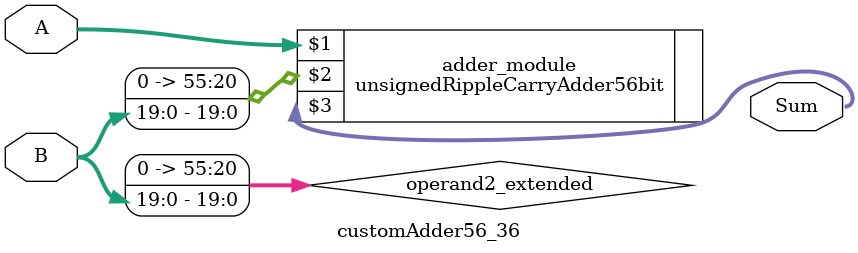
<source format=v>
module customAdder56_36(
                        input [55 : 0] A,
                        input [19 : 0] B,
                        
                        output [56 : 0] Sum
                );

        wire [55 : 0] operand2_extended;
        
        assign operand2_extended =  {36'b0, B};
        
        unsignedRippleCarryAdder56bit adder_module(
            A,
            operand2_extended,
            Sum
        );
        
        endmodule
        
</source>
